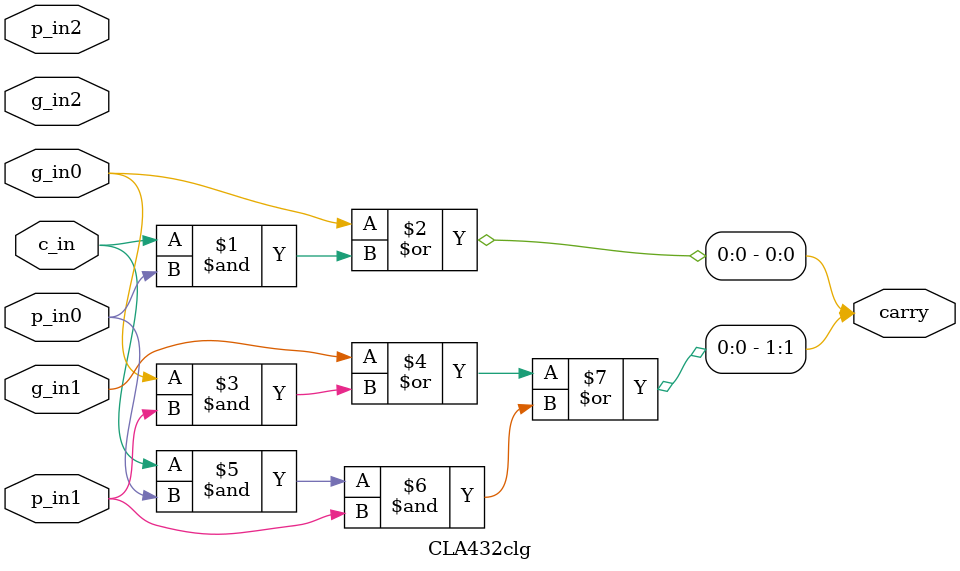
<source format=v>
 `timescale 1 ns/1 ps                                               
 module CLA432clg(//g_out,                                          
 				 // p_out,                                         
                  // c_out,                                         
 				 carry,                                            
                  p_in0,                                            
                  g_in0,                                            
                  p_in1,                                            
                  g_in1,                                            
                  p_in2,                                            
                  g_in2,                                            
                  c_in                                              
                  ) ;                                               
                                                                    
 parameter CA_WIDTH = 2 ;                                           
 parameter C_1 = 0 ;                                                
 parameter C_2 = 1 ;                                                
                                                                    
                                                                    
 // output                g_out ;                                   
 // output                p_out ;                                   
 output[CA_WIDTH-1:0]  carry ;                                      
 // output                c_out ;                                   
                                                                    
 input                 p_in0 ;                                      
 input                 g_in0 ;                                      
 input                 p_in1 ;                                      
 input                 g_in1 ;                                      
 input                 p_in2 ;                                      
 input                 g_in2 ;                                      
 input                 c_in ;                                       
 	                                                               
 	//                                                             
 	assign carry[C_1] = g_in0|(c_in&p_in0) ;                       
 	assign carry[C_2] = g_in1|(g_in0&p_in1)|(c_in&p_in0&p_in1) ;   
                                                                    
 	//                                                             
 	// assign g_out = g_in2|(g_in1&p_in2)|(g_in0&p_in1&p_in2) ;    
 	// assign p_out = p_in2&p_in1&p_in0 ;                          
 	// assign c_out = g_in2|(carry[C_2]&p_in2) ;                   
                                                                    
 endmodule                                                          

</source>
